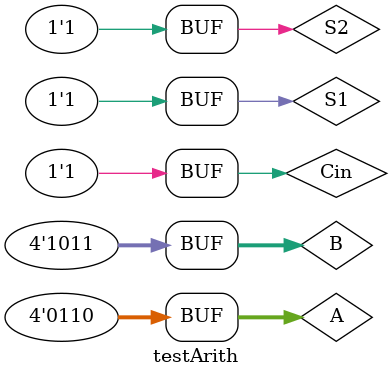
<source format=v>
module testArith();

wire [3:0] F;
wire Cout;
reg [3:0] A, B;
reg Cin, S1, S2;
ArithmeticCircuit arith(A, B, S1, S2, Cin, Cout, F);

initial
begin
#10 S1 = 0; S2 = 0;Cin = 0; A = 0000; B = 0000;
#10 S1 = 0; S2 = 0;Cin = 0; A = 0110; B = 0001;
#10 S1 = 0; S2 = 0;Cin = 0; A = 0001; B = 0110;
#10 S1 = 0; S2 = 0;Cin = 0; A = 0001; B = 0111;

#10 S1 = 0; S2 = 0;Cin = 1;A = 0011; B = 1100;
#10 S1 = 0; S2 = 0;Cin = 1;A = 1110; B = 0111;
#10 S1 = 0; S2 = 0;Cin = 1;A = 1000; B = 0100;
#10 S1 = 0; S2 = 0;Cin = 1;A = 0000; B = 0000;

#10 S1 = 0; S2 = 1; Cin = 0;A = 1111; B = 0000;
#10 S1 = 0; S2 = 1; Cin = 0;A = 0111; B = 0101;
#10 S1 = 0; S2 = 1; Cin = 0;A = 0011; B = 1100;
#10 S1 = 0; S2 = 1; Cin = 0;A = 1110; B = 0101;

#10 S1 = 0; S2 = 1;Cin = 1;A = 0111; B = 1111;
#10 S1 = 0; S2 = 1;Cin = 1;A = 0011; B = 0101;
#10 S1 = 0; S2 = 1;Cin = 1;A = 1000; B = 1100;
#10 S1 = 0; S2 = 1;Cin = 1;A = 1110; B = 1100;

#10 S1 = 1; S2 = 0;Cin = 0;A = 0011; B = 0101; 
#10 S1 = 1; S2 = 0;Cin = 0;A = 0000; B = 1100;
#10 S1 = 1; S2 = 0;Cin = 0;A = 1000; B = 1110;
#10 S1 = 1; S2 = 0;Cin = 0;A = 1111; B = 0000;

#10 S1 = 1; S2 = 0;Cin = 1;A = 0101; B = 1100;
#10 S1 = 1; S2 = 0;Cin = 1;A = 1111; B = 0111;
#10 S1 = 1; S2 = 0;Cin = 1;A = 0011; B = 1110;
#10 S1 = 1; S2 = 0;Cin = 1;A = 1000; B = 0000;

#10 S1 = 1; S2 = 1;Cin = 0;A = 0000; B = 0111;
#10 S1 = 1; S2 = 1;Cin = 0;A = 1000; B = 1110;
#10 S1 = 1; S2 = 1;Cin = 0;A = 0011; B = 1100;
#10 S1 = 1; S2 = 1;Cin = 0;A = 1111; B = 1100;

#10 S1 = 1; S2 = 1;Cin = 1;A = 0011; B = 1100;
#10 S1 = 1; S2 = 1;Cin = 1;A = 1100; B = 1110;
#10 S1 = 1; S2 = 1;Cin = 1;A = 0111; B = 1000;
#10 S1 = 1; S2 = 1;Cin = 1;A = 1110; B = 0011;

end
endmodule

</source>
